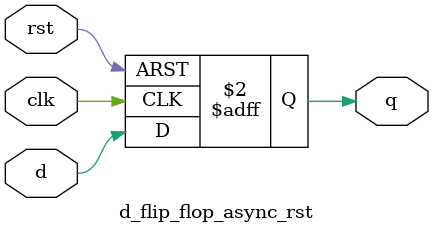
<source format=sv>
module d_flip_flop_async_rst
(
    input  clk,
    input  rst,
    input  d,
    output logic q
);

    always_ff @ (posedge clk or posedge rst)
        if (rst)
            q <= 1'b0;
        else
            q <= d;

endmodule

</source>
